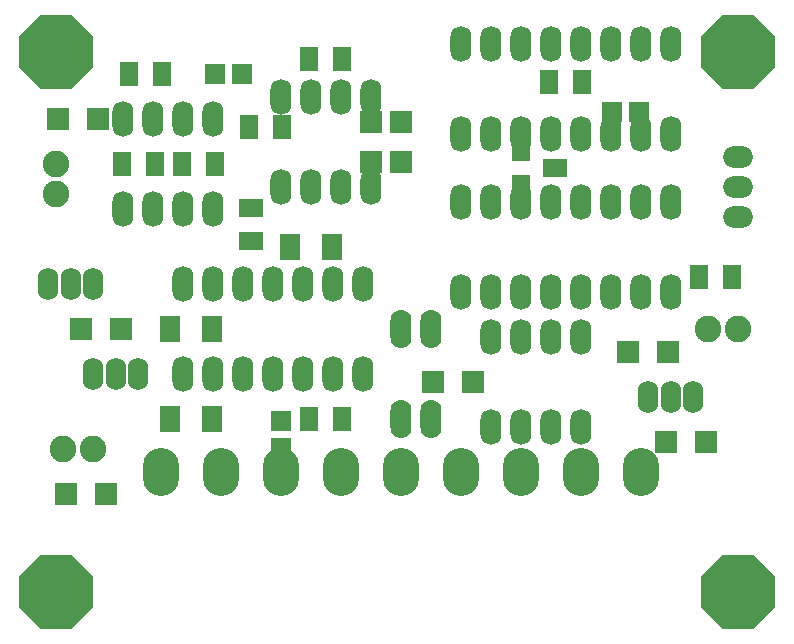
<source format=gbr>
G04 EasyPC Gerber Version 19.0.2 Build 3920 *
G04 #@! TF.Part,Single*
G04 #@! TF.FileFunction,Copper,L1,Bot *
%FSLAX35Y35*%
%MOIN*%
G04 #@! TA.AperFunction,ComponentPad*
%ADD120O,0.06984X0.10843*%
%ADD119O,0.07000X0.12000*%
%ADD121O,0.07000X0.13000*%
G04 #@! TA.AperFunction,WasherPad*
%ADD132O,0.12024X0.15961*%
G04 #@! TA.AperFunction,SMDPad*
%ADD78R,0.05900X0.07900*%
%ADD125R,0.06500X0.07000*%
%ADD123R,0.06500X0.09000*%
%ADD126R,0.07300X0.07300*%
G04 #@! TA.AperFunction,WasherPad*
%ADD96O,0.09858X0.07299*%
G04 #@! TA.AperFunction,ComponentPad*
%ADD105C,0.08874*%
G04 #@! TA.AperFunction,WasherPad*
%ADD118R,0.07900X0.05900*%
G04 #@! TA.AperFunction,SMDPad*
%ADD124R,0.07000X0.06500*%
G04 #@! TA.AperFunction,WasherPad*
%AMT103*0 Octagon Pad at angle 0*4,1,8,-0.05098,-0.12311,0.05098,-0.12311,0.12311,-0.05098,0.12311,0.05098,0.05098,0.12311,-0.05098,0.12311,-0.12311,0.05098,-0.12311,-0.05098,-0.05098,-0.12311,0*%
%ADD103T103*%
X0Y0D02*
D02*
D78*
X35700Y155050D03*
X38200Y185050D03*
X46800Y155050D03*
X49300Y185050D03*
X55700Y155050D03*
X66800D03*
X78200Y167550D03*
X89300D03*
X98200Y70050D03*
Y190050D03*
X109300Y70050D03*
Y190050D03*
X168750Y147550D03*
Y160050D03*
X178200Y182550D03*
X189300D03*
X228200Y117550D03*
X239300D03*
D02*
D96*
X241250Y137550D03*
Y147550D03*
Y157550D03*
D02*
D103*
X13750Y12550D03*
Y192550D03*
X241250Y12550D03*
Y192550D03*
D02*
D105*
X13750Y145050D03*
Y155050D03*
X16250Y60050D03*
X26250D03*
X231250Y100050D03*
X241250D03*
D02*
D118*
X78750Y129500D03*
Y140600D03*
X180000Y153800D03*
D02*
D119*
X36250Y140050D03*
Y170050D03*
X46250Y140050D03*
Y170050D03*
X56250Y85050D03*
Y115050D03*
Y140050D03*
Y170050D03*
X66250Y85050D03*
Y115050D03*
Y140050D03*
Y170050D03*
X76250Y85050D03*
Y115050D03*
X86250Y85050D03*
Y115050D03*
X88750Y147550D03*
Y177550D03*
X96250Y85050D03*
Y115050D03*
X98750Y147550D03*
Y177550D03*
X106250Y85050D03*
Y115050D03*
X108750Y147550D03*
Y177550D03*
X116250Y85050D03*
Y115050D03*
X118750Y147550D03*
Y177550D03*
X148750Y112550D03*
Y142550D03*
Y165050D03*
Y195050D03*
X158750Y67550D03*
Y97550D03*
Y112550D03*
Y142550D03*
Y165050D03*
Y195050D03*
X168750Y67550D03*
Y97550D03*
Y112550D03*
Y142550D03*
Y165050D03*
Y195050D03*
X178750Y67550D03*
Y97550D03*
Y112550D03*
Y142550D03*
Y165050D03*
Y195050D03*
X188750Y67550D03*
Y97550D03*
Y112550D03*
Y142550D03*
Y165050D03*
Y195050D03*
X198750Y112550D03*
Y142550D03*
Y165050D03*
Y195050D03*
X208750Y112550D03*
Y142550D03*
Y165050D03*
Y195050D03*
X218750Y112550D03*
Y142550D03*
Y165050D03*
Y195050D03*
D02*
D120*
X11250Y115050D03*
X18750D03*
X26250Y85050D03*
Y115050D03*
X33750Y85050D03*
X41250D03*
X211250Y77550D03*
X218750D03*
X226250D03*
D02*
D121*
X128750Y70050D03*
Y100050D03*
X138750Y70050D03*
Y100050D03*
D02*
D123*
X51650Y70050D03*
Y100050D03*
X65850Y70050D03*
Y100050D03*
X91650Y127550D03*
X105850D03*
D02*
D124*
X66750Y185050D03*
X75750D03*
X199250Y172550D03*
X208250D03*
D02*
D125*
X88750Y60550D03*
Y69550D03*
D02*
D126*
X14550Y170050D03*
X17050Y45050D03*
X22050Y100050D03*
X27950Y170050D03*
X30450Y45050D03*
X35450Y100050D03*
X118750Y155850D03*
Y169250D03*
X128750Y155850D03*
Y169250D03*
X139550Y82550D03*
X152950D03*
X204550Y92550D03*
X217050Y62550D03*
X217950Y92550D03*
X230450Y62550D03*
D02*
D132*
X48750Y52550D03*
X68750D03*
X88750D03*
X108750D03*
X128750D03*
X148750D03*
X168750D03*
X188750D03*
X208750D03*
X0Y0D02*
M02*

</source>
